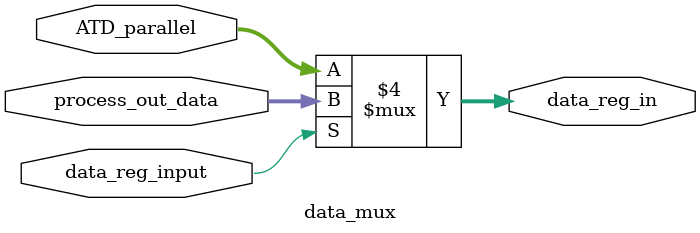
<source format=sv>

module data_mux
  (
   input wire data_reg_input,
   input wire [127:0] ATD_parallel,
   input wire [127:0] process_out_data,
   output reg [127:0] data_reg_in
   );

   always_comb
     begin
	if(data_reg_input == 1'b0)
	  begin
	     data_reg_in = ATD_parallel;
	  end
	else // if(data_reg_input == 1'b1)
	  begin
	     data_reg_in = process_out_data;
	  end
     end // always_comb

endmodule // data_mux
	     
   

</source>
